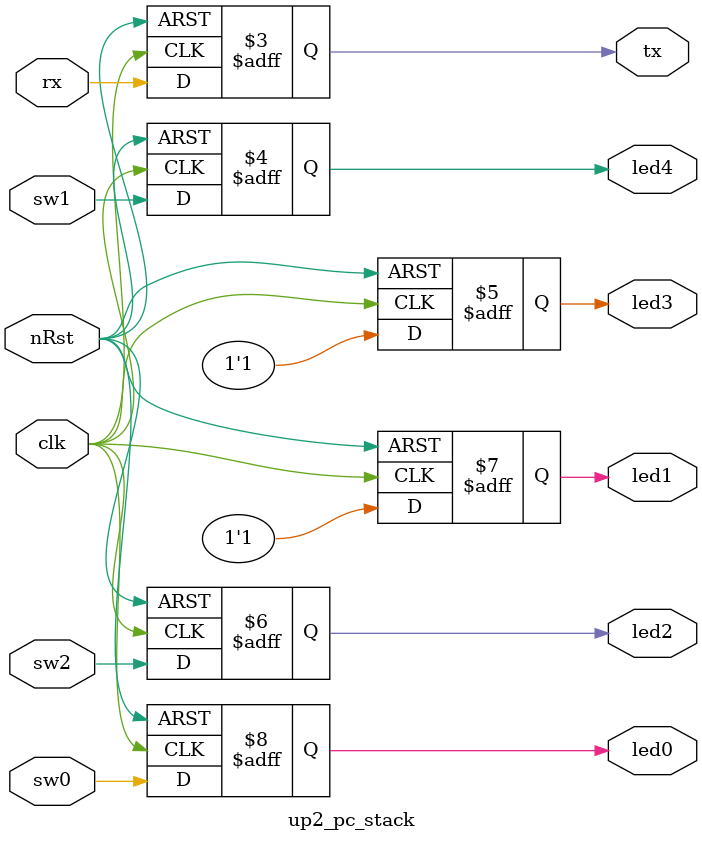
<source format=v>
`timescale 1ns/1ps
module up2_pc_stack(
	input				clk,
	input				nRst,
	input				rx,
	input				sw2,
	input				sw1,
	input				sw0,
	output	reg	tx,
	output	reg	led4,
	output	reg	led3,
	output	reg	led2,
	output	reg	led1,
	output	reg	led0
);

	always@(posedge clk or negedge nRst) begin
		if(!nRst) begin
			tx   <= 1'b0;
			led4 <= 1'b0;
			led3 <= 1'b0;
			led2 <= 1'b0;
			led1 <= 1'b0;
			led0 <= 1'b0;
		end else begin
			tx   <= rx;
			led4 <= sw1;
			led3 <= 1'b1;
			led2 <= sw2;
			led1 <= 1'b1;
			led0 <= sw0;
		end
	end
endmodule

</source>
